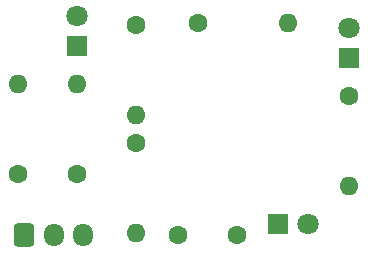
<source format=gbr>
%TF.GenerationSoftware,KiCad,Pcbnew,(6.0.8)*%
%TF.CreationDate,2022-11-29T14:55:50+01:00*%
%TF.ProjectId,l_g_d,6c5f675f-642e-46b6-9963-61645f706362,rev?*%
%TF.SameCoordinates,Original*%
%TF.FileFunction,Soldermask,Top*%
%TF.FilePolarity,Negative*%
%FSLAX46Y46*%
G04 Gerber Fmt 4.6, Leading zero omitted, Abs format (unit mm)*
G04 Created by KiCad (PCBNEW (6.0.8)) date 2022-11-29 14:55:50*
%MOMM*%
%LPD*%
G01*
G04 APERTURE LIST*
G04 Aperture macros list*
%AMRoundRect*
0 Rectangle with rounded corners*
0 $1 Rounding radius*
0 $2 $3 $4 $5 $6 $7 $8 $9 X,Y pos of 4 corners*
0 Add a 4 corners polygon primitive as box body*
4,1,4,$2,$3,$4,$5,$6,$7,$8,$9,$2,$3,0*
0 Add four circle primitives for the rounded corners*
1,1,$1+$1,$2,$3*
1,1,$1+$1,$4,$5*
1,1,$1+$1,$6,$7*
1,1,$1+$1,$8,$9*
0 Add four rect primitives between the rounded corners*
20,1,$1+$1,$2,$3,$4,$5,0*
20,1,$1+$1,$4,$5,$6,$7,0*
20,1,$1+$1,$6,$7,$8,$9,0*
20,1,$1+$1,$8,$9,$2,$3,0*%
G04 Aperture macros list end*
%ADD10RoundRect,0.250000X-0.600000X-0.725000X0.600000X-0.725000X0.600000X0.725000X-0.600000X0.725000X0*%
%ADD11O,1.700000X1.950000*%
%ADD12R,1.800000X1.800000*%
%ADD13C,1.800000*%
%ADD14C,1.600000*%
%ADD15O,1.600000X1.600000*%
G04 APERTURE END LIST*
D10*
%TO.C,J1*%
X155500000Y-79000000D03*
D11*
X158000000Y-79000000D03*
X160500000Y-79000000D03*
%TD*%
D12*
%TO.C,D1*%
X160000000Y-63000000D03*
D13*
X160000000Y-60460000D03*
%TD*%
D14*
%TO.C,10k*%
X165000000Y-61190000D03*
D15*
X165000000Y-68810000D03*
%TD*%
D12*
%TO.C,IRE*%
X183000000Y-64000000D03*
D13*
X183000000Y-61460000D03*
%TD*%
D14*
%TO.C,10k*%
X183000000Y-67190000D03*
D15*
X183000000Y-74810000D03*
%TD*%
D14*
%TO.C,C1*%
X168500000Y-79000000D03*
X173500000Y-79000000D03*
%TD*%
D12*
%TO.C,IRR*%
X177000000Y-78000000D03*
D13*
X179540000Y-78000000D03*
%TD*%
D14*
%TO.C,10k*%
X155000000Y-73810000D03*
D15*
X155000000Y-66190000D03*
%TD*%
D14*
%TO.C,1k*%
X170190000Y-61000000D03*
D15*
X177810000Y-61000000D03*
%TD*%
D14*
%TO.C,1k*%
X160000000Y-73810000D03*
D15*
X160000000Y-66190000D03*
%TD*%
D14*
%TO.C,RD2*%
X165000000Y-71190000D03*
D15*
X165000000Y-78810000D03*
%TD*%
M02*

</source>
